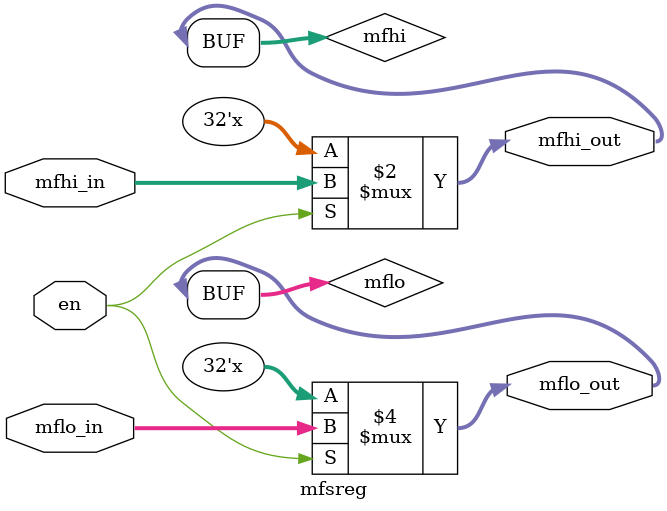
<source format=v>
module mfsreg(
    input en,
    input [31:0] mflo_in,
	 input [31:0] mfhi_in,
	 output [31:0] mflo_out,
	 output [31:0] mfhi_out
);

    reg [31:0] mflo;
	 reg [31:0] mfhi;
	 assign mflo_out = mflo;
	 assign mfhi_out = mfhi;
    always @(*) begin
        if (en) begin
            mflo <= mflo_in;
				mfhi <= mfhi_in;
        end
    end

endmodule
</source>
